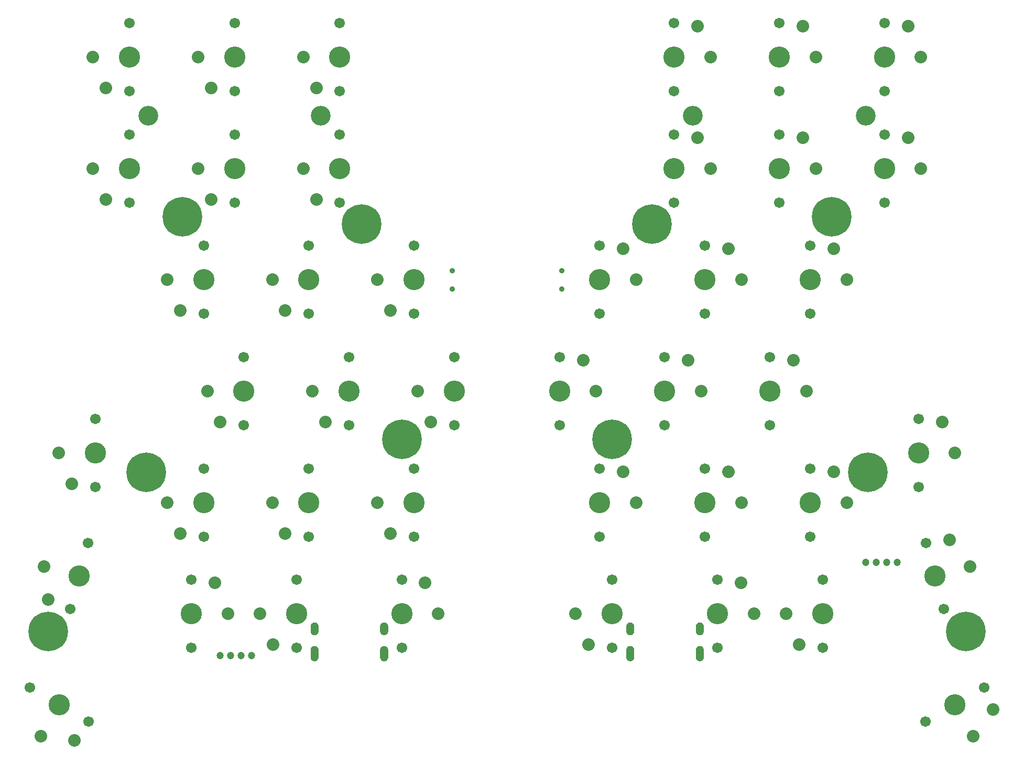
<source format=gbs>
G04 #@! TF.GenerationSoftware,KiCad,Pcbnew,(6.0.4-0)*
G04 #@! TF.CreationDate,2022-11-13T14:27:23-06:00*
G04 #@! TF.ProjectId,main,6d61696e-2e6b-4696-9361-645f70636258,0.2*
G04 #@! TF.SameCoordinates,Original*
G04 #@! TF.FileFunction,Soldermask,Bot*
G04 #@! TF.FilePolarity,Negative*
%FSLAX46Y46*%
G04 Gerber Fmt 4.6, Leading zero omitted, Abs format (unit mm)*
G04 Created by KiCad (PCBNEW (6.0.4-0)) date 2022-11-13 14:27:23*
%MOMM*%
%LPD*%
G01*
G04 APERTURE LIST*
%ADD10C,0.010000*%
%ADD11C,3.429000*%
%ADD12C,1.701800*%
%ADD13C,2.032000*%
%ADD14C,1.200000*%
%ADD15C,0.900000*%
%ADD16C,3.200000*%
%ADD17C,6.400000*%
%ADD18C,0.800000*%
G04 APERTURE END LIST*
G36*
X200845500Y-144865500D02*
G01*
X200907500Y-144875500D01*
X200967500Y-144891500D01*
X201026500Y-144914500D01*
X201082500Y-144942500D01*
X201135500Y-144977500D01*
X201183500Y-145016500D01*
X201228500Y-145061500D01*
X201267500Y-145109500D01*
X201302500Y-145162500D01*
X201330500Y-145218500D01*
X201353500Y-145277500D01*
X201369500Y-145337500D01*
X201379500Y-145399500D01*
X201382500Y-145462500D01*
X201382500Y-146662500D01*
X201379500Y-146725500D01*
X201369500Y-146787500D01*
X201353500Y-146847500D01*
X201330500Y-146906500D01*
X201302500Y-146962500D01*
X201267500Y-147015500D01*
X201228500Y-147063500D01*
X201183500Y-147108500D01*
X201135500Y-147147500D01*
X201082500Y-147182500D01*
X201026500Y-147210500D01*
X200967500Y-147233500D01*
X200907500Y-147249500D01*
X200845500Y-147259500D01*
X200782500Y-147262500D01*
X200719500Y-147259500D01*
X200657500Y-147249500D01*
X200597500Y-147233500D01*
X200538500Y-147210500D01*
X200482500Y-147182500D01*
X200429500Y-147147500D01*
X200381500Y-147108500D01*
X200336500Y-147063500D01*
X200297500Y-147015500D01*
X200262500Y-146962500D01*
X200234500Y-146906500D01*
X200211500Y-146847500D01*
X200195500Y-146787500D01*
X200185500Y-146725500D01*
X200182500Y-146662500D01*
X200182500Y-145462500D01*
X200185500Y-145399500D01*
X200195500Y-145337500D01*
X200211500Y-145277500D01*
X200234500Y-145218500D01*
X200262500Y-145162500D01*
X200297500Y-145109500D01*
X200336500Y-145061500D01*
X200381500Y-145016500D01*
X200429500Y-144977500D01*
X200482500Y-144942500D01*
X200538500Y-144914500D01*
X200597500Y-144891500D01*
X200657500Y-144875500D01*
X200719500Y-144865500D01*
X200782500Y-144862500D01*
X200845500Y-144865500D01*
G37*
D10*
X200845500Y-144865500D02*
X200907500Y-144875500D01*
X200967500Y-144891500D01*
X201026500Y-144914500D01*
X201082500Y-144942500D01*
X201135500Y-144977500D01*
X201183500Y-145016500D01*
X201228500Y-145061500D01*
X201267500Y-145109500D01*
X201302500Y-145162500D01*
X201330500Y-145218500D01*
X201353500Y-145277500D01*
X201369500Y-145337500D01*
X201379500Y-145399500D01*
X201382500Y-145462500D01*
X201382500Y-146662500D01*
X201379500Y-146725500D01*
X201369500Y-146787500D01*
X201353500Y-146847500D01*
X201330500Y-146906500D01*
X201302500Y-146962500D01*
X201267500Y-147015500D01*
X201228500Y-147063500D01*
X201183500Y-147108500D01*
X201135500Y-147147500D01*
X201082500Y-147182500D01*
X201026500Y-147210500D01*
X200967500Y-147233500D01*
X200907500Y-147249500D01*
X200845500Y-147259500D01*
X200782500Y-147262500D01*
X200719500Y-147259500D01*
X200657500Y-147249500D01*
X200597500Y-147233500D01*
X200538500Y-147210500D01*
X200482500Y-147182500D01*
X200429500Y-147147500D01*
X200381500Y-147108500D01*
X200336500Y-147063500D01*
X200297500Y-147015500D01*
X200262500Y-146962500D01*
X200234500Y-146906500D01*
X200211500Y-146847500D01*
X200195500Y-146787500D01*
X200185500Y-146725500D01*
X200182500Y-146662500D01*
X200182500Y-145462500D01*
X200185500Y-145399500D01*
X200195500Y-145337500D01*
X200211500Y-145277500D01*
X200234500Y-145218500D01*
X200262500Y-145162500D01*
X200297500Y-145109500D01*
X200336500Y-145061500D01*
X200381500Y-145016500D01*
X200429500Y-144977500D01*
X200482500Y-144942500D01*
X200538500Y-144914500D01*
X200597500Y-144891500D01*
X200657500Y-144875500D01*
X200719500Y-144865500D01*
X200782500Y-144862500D01*
X200845500Y-144865500D01*
G36*
X200845500Y-141065500D02*
G01*
X200907500Y-141075500D01*
X200967500Y-141091500D01*
X201026500Y-141114500D01*
X201082500Y-141142500D01*
X201135500Y-141177500D01*
X201183500Y-141216500D01*
X201228500Y-141261500D01*
X201267500Y-141309500D01*
X201302500Y-141362500D01*
X201330500Y-141418500D01*
X201353500Y-141477500D01*
X201369500Y-141537500D01*
X201379500Y-141599500D01*
X201382500Y-141662500D01*
X201382500Y-142462500D01*
X201379500Y-142525500D01*
X201369500Y-142587500D01*
X201353500Y-142647500D01*
X201330500Y-142706500D01*
X201302500Y-142762500D01*
X201267500Y-142815500D01*
X201228500Y-142863500D01*
X201183500Y-142908500D01*
X201135500Y-142947500D01*
X201082500Y-142982500D01*
X201026500Y-143010500D01*
X200967500Y-143033500D01*
X200907500Y-143049500D01*
X200845500Y-143059500D01*
X200782500Y-143062500D01*
X200719500Y-143059500D01*
X200657500Y-143049500D01*
X200597500Y-143033500D01*
X200538500Y-143010500D01*
X200482500Y-142982500D01*
X200429500Y-142947500D01*
X200381500Y-142908500D01*
X200336500Y-142863500D01*
X200297500Y-142815500D01*
X200262500Y-142762500D01*
X200234500Y-142706500D01*
X200211500Y-142647500D01*
X200195500Y-142587500D01*
X200185500Y-142525500D01*
X200182500Y-142462500D01*
X200182500Y-141662500D01*
X200185500Y-141599500D01*
X200195500Y-141537500D01*
X200211500Y-141477500D01*
X200234500Y-141418500D01*
X200262500Y-141362500D01*
X200297500Y-141309500D01*
X200336500Y-141261500D01*
X200381500Y-141216500D01*
X200429500Y-141177500D01*
X200482500Y-141142500D01*
X200538500Y-141114500D01*
X200597500Y-141091500D01*
X200657500Y-141075500D01*
X200719500Y-141065500D01*
X200782500Y-141062500D01*
X200845500Y-141065500D01*
G37*
X200845500Y-141065500D02*
X200907500Y-141075500D01*
X200967500Y-141091500D01*
X201026500Y-141114500D01*
X201082500Y-141142500D01*
X201135500Y-141177500D01*
X201183500Y-141216500D01*
X201228500Y-141261500D01*
X201267500Y-141309500D01*
X201302500Y-141362500D01*
X201330500Y-141418500D01*
X201353500Y-141477500D01*
X201369500Y-141537500D01*
X201379500Y-141599500D01*
X201382500Y-141662500D01*
X201382500Y-142462500D01*
X201379500Y-142525500D01*
X201369500Y-142587500D01*
X201353500Y-142647500D01*
X201330500Y-142706500D01*
X201302500Y-142762500D01*
X201267500Y-142815500D01*
X201228500Y-142863500D01*
X201183500Y-142908500D01*
X201135500Y-142947500D01*
X201082500Y-142982500D01*
X201026500Y-143010500D01*
X200967500Y-143033500D01*
X200907500Y-143049500D01*
X200845500Y-143059500D01*
X200782500Y-143062500D01*
X200719500Y-143059500D01*
X200657500Y-143049500D01*
X200597500Y-143033500D01*
X200538500Y-143010500D01*
X200482500Y-142982500D01*
X200429500Y-142947500D01*
X200381500Y-142908500D01*
X200336500Y-142863500D01*
X200297500Y-142815500D01*
X200262500Y-142762500D01*
X200234500Y-142706500D01*
X200211500Y-142647500D01*
X200195500Y-142587500D01*
X200185500Y-142525500D01*
X200182500Y-142462500D01*
X200182500Y-141662500D01*
X200185500Y-141599500D01*
X200195500Y-141537500D01*
X200211500Y-141477500D01*
X200234500Y-141418500D01*
X200262500Y-141362500D01*
X200297500Y-141309500D01*
X200336500Y-141261500D01*
X200381500Y-141216500D01*
X200429500Y-141177500D01*
X200482500Y-141142500D01*
X200538500Y-141114500D01*
X200597500Y-141091500D01*
X200657500Y-141075500D01*
X200719500Y-141065500D01*
X200782500Y-141062500D01*
X200845500Y-141065500D01*
G36*
X189605500Y-141065500D02*
G01*
X189667500Y-141075500D01*
X189727500Y-141091500D01*
X189786500Y-141114500D01*
X189842500Y-141142500D01*
X189895500Y-141177500D01*
X189943500Y-141216500D01*
X189988500Y-141261500D01*
X190027500Y-141309500D01*
X190062500Y-141362500D01*
X190090500Y-141418500D01*
X190113500Y-141477500D01*
X190129500Y-141537500D01*
X190139500Y-141599500D01*
X190142500Y-141662500D01*
X190142500Y-142462500D01*
X190139500Y-142525500D01*
X190129500Y-142587500D01*
X190113500Y-142647500D01*
X190090500Y-142706500D01*
X190062500Y-142762500D01*
X190027500Y-142815500D01*
X189988500Y-142863500D01*
X189943500Y-142908500D01*
X189895500Y-142947500D01*
X189842500Y-142982500D01*
X189786500Y-143010500D01*
X189727500Y-143033500D01*
X189667500Y-143049500D01*
X189605500Y-143059500D01*
X189542500Y-143062500D01*
X189479500Y-143059500D01*
X189417500Y-143049500D01*
X189357500Y-143033500D01*
X189298500Y-143010500D01*
X189242500Y-142982500D01*
X189189500Y-142947500D01*
X189141500Y-142908500D01*
X189096500Y-142863500D01*
X189057500Y-142815500D01*
X189022500Y-142762500D01*
X188994500Y-142706500D01*
X188971500Y-142647500D01*
X188955500Y-142587500D01*
X188945500Y-142525500D01*
X188942500Y-142462500D01*
X188942500Y-141662500D01*
X188945500Y-141599500D01*
X188955500Y-141537500D01*
X188971500Y-141477500D01*
X188994500Y-141418500D01*
X189022500Y-141362500D01*
X189057500Y-141309500D01*
X189096500Y-141261500D01*
X189141500Y-141216500D01*
X189189500Y-141177500D01*
X189242500Y-141142500D01*
X189298500Y-141114500D01*
X189357500Y-141091500D01*
X189417500Y-141075500D01*
X189479500Y-141065500D01*
X189542500Y-141062500D01*
X189605500Y-141065500D01*
G37*
X189605500Y-141065500D02*
X189667500Y-141075500D01*
X189727500Y-141091500D01*
X189786500Y-141114500D01*
X189842500Y-141142500D01*
X189895500Y-141177500D01*
X189943500Y-141216500D01*
X189988500Y-141261500D01*
X190027500Y-141309500D01*
X190062500Y-141362500D01*
X190090500Y-141418500D01*
X190113500Y-141477500D01*
X190129500Y-141537500D01*
X190139500Y-141599500D01*
X190142500Y-141662500D01*
X190142500Y-142462500D01*
X190139500Y-142525500D01*
X190129500Y-142587500D01*
X190113500Y-142647500D01*
X190090500Y-142706500D01*
X190062500Y-142762500D01*
X190027500Y-142815500D01*
X189988500Y-142863500D01*
X189943500Y-142908500D01*
X189895500Y-142947500D01*
X189842500Y-142982500D01*
X189786500Y-143010500D01*
X189727500Y-143033500D01*
X189667500Y-143049500D01*
X189605500Y-143059500D01*
X189542500Y-143062500D01*
X189479500Y-143059500D01*
X189417500Y-143049500D01*
X189357500Y-143033500D01*
X189298500Y-143010500D01*
X189242500Y-142982500D01*
X189189500Y-142947500D01*
X189141500Y-142908500D01*
X189096500Y-142863500D01*
X189057500Y-142815500D01*
X189022500Y-142762500D01*
X188994500Y-142706500D01*
X188971500Y-142647500D01*
X188955500Y-142587500D01*
X188945500Y-142525500D01*
X188942500Y-142462500D01*
X188942500Y-141662500D01*
X188945500Y-141599500D01*
X188955500Y-141537500D01*
X188971500Y-141477500D01*
X188994500Y-141418500D01*
X189022500Y-141362500D01*
X189057500Y-141309500D01*
X189096500Y-141261500D01*
X189141500Y-141216500D01*
X189189500Y-141177500D01*
X189242500Y-141142500D01*
X189298500Y-141114500D01*
X189357500Y-141091500D01*
X189417500Y-141075500D01*
X189479500Y-141065500D01*
X189542500Y-141062500D01*
X189605500Y-141065500D01*
G36*
X189605500Y-144865500D02*
G01*
X189667500Y-144875500D01*
X189727500Y-144891500D01*
X189786500Y-144914500D01*
X189842500Y-144942500D01*
X189895500Y-144977500D01*
X189943500Y-145016500D01*
X189988500Y-145061500D01*
X190027500Y-145109500D01*
X190062500Y-145162500D01*
X190090500Y-145218500D01*
X190113500Y-145277500D01*
X190129500Y-145337500D01*
X190139500Y-145399500D01*
X190142500Y-145462500D01*
X190142500Y-146662500D01*
X190139500Y-146725500D01*
X190129500Y-146787500D01*
X190113500Y-146847500D01*
X190090500Y-146906500D01*
X190062500Y-146962500D01*
X190027500Y-147015500D01*
X189988500Y-147063500D01*
X189943500Y-147108500D01*
X189895500Y-147147500D01*
X189842500Y-147182500D01*
X189786500Y-147210500D01*
X189727500Y-147233500D01*
X189667500Y-147249500D01*
X189605500Y-147259500D01*
X189542500Y-147262500D01*
X189479500Y-147259500D01*
X189417500Y-147249500D01*
X189357500Y-147233500D01*
X189298500Y-147210500D01*
X189242500Y-147182500D01*
X189189500Y-147147500D01*
X189141500Y-147108500D01*
X189096500Y-147063500D01*
X189057500Y-147015500D01*
X189022500Y-146962500D01*
X188994500Y-146906500D01*
X188971500Y-146847500D01*
X188955500Y-146787500D01*
X188945500Y-146725500D01*
X188942500Y-146662500D01*
X188942500Y-145462500D01*
X188945500Y-145399500D01*
X188955500Y-145337500D01*
X188971500Y-145277500D01*
X188994500Y-145218500D01*
X189022500Y-145162500D01*
X189057500Y-145109500D01*
X189096500Y-145061500D01*
X189141500Y-145016500D01*
X189189500Y-144977500D01*
X189242500Y-144942500D01*
X189298500Y-144914500D01*
X189357500Y-144891500D01*
X189417500Y-144875500D01*
X189479500Y-144865500D01*
X189542500Y-144862500D01*
X189605500Y-144865500D01*
G37*
X189605500Y-144865500D02*
X189667500Y-144875500D01*
X189727500Y-144891500D01*
X189786500Y-144914500D01*
X189842500Y-144942500D01*
X189895500Y-144977500D01*
X189943500Y-145016500D01*
X189988500Y-145061500D01*
X190027500Y-145109500D01*
X190062500Y-145162500D01*
X190090500Y-145218500D01*
X190113500Y-145277500D01*
X190129500Y-145337500D01*
X190139500Y-145399500D01*
X190142500Y-145462500D01*
X190142500Y-146662500D01*
X190139500Y-146725500D01*
X190129500Y-146787500D01*
X190113500Y-146847500D01*
X190090500Y-146906500D01*
X190062500Y-146962500D01*
X190027500Y-147015500D01*
X189988500Y-147063500D01*
X189943500Y-147108500D01*
X189895500Y-147147500D01*
X189842500Y-147182500D01*
X189786500Y-147210500D01*
X189727500Y-147233500D01*
X189667500Y-147249500D01*
X189605500Y-147259500D01*
X189542500Y-147262500D01*
X189479500Y-147259500D01*
X189417500Y-147249500D01*
X189357500Y-147233500D01*
X189298500Y-147210500D01*
X189242500Y-147182500D01*
X189189500Y-147147500D01*
X189141500Y-147108500D01*
X189096500Y-147063500D01*
X189057500Y-147015500D01*
X189022500Y-146962500D01*
X188994500Y-146906500D01*
X188971500Y-146847500D01*
X188955500Y-146787500D01*
X188945500Y-146725500D01*
X188942500Y-146662500D01*
X188942500Y-145462500D01*
X188945500Y-145399500D01*
X188955500Y-145337500D01*
X188971500Y-145277500D01*
X188994500Y-145218500D01*
X189022500Y-145162500D01*
X189057500Y-145109500D01*
X189096500Y-145061500D01*
X189141500Y-145016500D01*
X189189500Y-144977500D01*
X189242500Y-144942500D01*
X189298500Y-144914500D01*
X189357500Y-144891500D01*
X189417500Y-144875500D01*
X189479500Y-144865500D01*
X189542500Y-144862500D01*
X189605500Y-144865500D01*
G36*
X149845500Y-141065500D02*
G01*
X149907500Y-141075500D01*
X149967500Y-141091500D01*
X150026500Y-141114500D01*
X150082500Y-141142500D01*
X150135500Y-141177500D01*
X150183500Y-141216500D01*
X150228500Y-141261500D01*
X150267500Y-141309500D01*
X150302500Y-141362500D01*
X150330500Y-141418500D01*
X150353500Y-141477500D01*
X150369500Y-141537500D01*
X150379500Y-141599500D01*
X150382500Y-141662500D01*
X150382500Y-142462500D01*
X150379500Y-142525500D01*
X150369500Y-142587500D01*
X150353500Y-142647500D01*
X150330500Y-142706500D01*
X150302500Y-142762500D01*
X150267500Y-142815500D01*
X150228500Y-142863500D01*
X150183500Y-142908500D01*
X150135500Y-142947500D01*
X150082500Y-142982500D01*
X150026500Y-143010500D01*
X149967500Y-143033500D01*
X149907500Y-143049500D01*
X149845500Y-143059500D01*
X149782500Y-143062500D01*
X149719500Y-143059500D01*
X149657500Y-143049500D01*
X149597500Y-143033500D01*
X149538500Y-143010500D01*
X149482500Y-142982500D01*
X149429500Y-142947500D01*
X149381500Y-142908500D01*
X149336500Y-142863500D01*
X149297500Y-142815500D01*
X149262500Y-142762500D01*
X149234500Y-142706500D01*
X149211500Y-142647500D01*
X149195500Y-142587500D01*
X149185500Y-142525500D01*
X149182500Y-142462500D01*
X149182500Y-141662500D01*
X149185500Y-141599500D01*
X149195500Y-141537500D01*
X149211500Y-141477500D01*
X149234500Y-141418500D01*
X149262500Y-141362500D01*
X149297500Y-141309500D01*
X149336500Y-141261500D01*
X149381500Y-141216500D01*
X149429500Y-141177500D01*
X149482500Y-141142500D01*
X149538500Y-141114500D01*
X149597500Y-141091500D01*
X149657500Y-141075500D01*
X149719500Y-141065500D01*
X149782500Y-141062500D01*
X149845500Y-141065500D01*
G37*
X149845500Y-141065500D02*
X149907500Y-141075500D01*
X149967500Y-141091500D01*
X150026500Y-141114500D01*
X150082500Y-141142500D01*
X150135500Y-141177500D01*
X150183500Y-141216500D01*
X150228500Y-141261500D01*
X150267500Y-141309500D01*
X150302500Y-141362500D01*
X150330500Y-141418500D01*
X150353500Y-141477500D01*
X150369500Y-141537500D01*
X150379500Y-141599500D01*
X150382500Y-141662500D01*
X150382500Y-142462500D01*
X150379500Y-142525500D01*
X150369500Y-142587500D01*
X150353500Y-142647500D01*
X150330500Y-142706500D01*
X150302500Y-142762500D01*
X150267500Y-142815500D01*
X150228500Y-142863500D01*
X150183500Y-142908500D01*
X150135500Y-142947500D01*
X150082500Y-142982500D01*
X150026500Y-143010500D01*
X149967500Y-143033500D01*
X149907500Y-143049500D01*
X149845500Y-143059500D01*
X149782500Y-143062500D01*
X149719500Y-143059500D01*
X149657500Y-143049500D01*
X149597500Y-143033500D01*
X149538500Y-143010500D01*
X149482500Y-142982500D01*
X149429500Y-142947500D01*
X149381500Y-142908500D01*
X149336500Y-142863500D01*
X149297500Y-142815500D01*
X149262500Y-142762500D01*
X149234500Y-142706500D01*
X149211500Y-142647500D01*
X149195500Y-142587500D01*
X149185500Y-142525500D01*
X149182500Y-142462500D01*
X149182500Y-141662500D01*
X149185500Y-141599500D01*
X149195500Y-141537500D01*
X149211500Y-141477500D01*
X149234500Y-141418500D01*
X149262500Y-141362500D01*
X149297500Y-141309500D01*
X149336500Y-141261500D01*
X149381500Y-141216500D01*
X149429500Y-141177500D01*
X149482500Y-141142500D01*
X149538500Y-141114500D01*
X149597500Y-141091500D01*
X149657500Y-141075500D01*
X149719500Y-141065500D01*
X149782500Y-141062500D01*
X149845500Y-141065500D01*
G36*
X138605500Y-144865500D02*
G01*
X138667500Y-144875500D01*
X138727500Y-144891500D01*
X138786500Y-144914500D01*
X138842500Y-144942500D01*
X138895500Y-144977500D01*
X138943500Y-145016500D01*
X138988500Y-145061500D01*
X139027500Y-145109500D01*
X139062500Y-145162500D01*
X139090500Y-145218500D01*
X139113500Y-145277500D01*
X139129500Y-145337500D01*
X139139500Y-145399500D01*
X139142500Y-145462500D01*
X139142500Y-146662500D01*
X139139500Y-146725500D01*
X139129500Y-146787500D01*
X139113500Y-146847500D01*
X139090500Y-146906500D01*
X139062500Y-146962500D01*
X139027500Y-147015500D01*
X138988500Y-147063500D01*
X138943500Y-147108500D01*
X138895500Y-147147500D01*
X138842500Y-147182500D01*
X138786500Y-147210500D01*
X138727500Y-147233500D01*
X138667500Y-147249500D01*
X138605500Y-147259500D01*
X138542500Y-147262500D01*
X138479500Y-147259500D01*
X138417500Y-147249500D01*
X138357500Y-147233500D01*
X138298500Y-147210500D01*
X138242500Y-147182500D01*
X138189500Y-147147500D01*
X138141500Y-147108500D01*
X138096500Y-147063500D01*
X138057500Y-147015500D01*
X138022500Y-146962500D01*
X137994500Y-146906500D01*
X137971500Y-146847500D01*
X137955500Y-146787500D01*
X137945500Y-146725500D01*
X137942500Y-146662500D01*
X137942500Y-145462500D01*
X137945500Y-145399500D01*
X137955500Y-145337500D01*
X137971500Y-145277500D01*
X137994500Y-145218500D01*
X138022500Y-145162500D01*
X138057500Y-145109500D01*
X138096500Y-145061500D01*
X138141500Y-145016500D01*
X138189500Y-144977500D01*
X138242500Y-144942500D01*
X138298500Y-144914500D01*
X138357500Y-144891500D01*
X138417500Y-144875500D01*
X138479500Y-144865500D01*
X138542500Y-144862500D01*
X138605500Y-144865500D01*
G37*
X138605500Y-144865500D02*
X138667500Y-144875500D01*
X138727500Y-144891500D01*
X138786500Y-144914500D01*
X138842500Y-144942500D01*
X138895500Y-144977500D01*
X138943500Y-145016500D01*
X138988500Y-145061500D01*
X139027500Y-145109500D01*
X139062500Y-145162500D01*
X139090500Y-145218500D01*
X139113500Y-145277500D01*
X139129500Y-145337500D01*
X139139500Y-145399500D01*
X139142500Y-145462500D01*
X139142500Y-146662500D01*
X139139500Y-146725500D01*
X139129500Y-146787500D01*
X139113500Y-146847500D01*
X139090500Y-146906500D01*
X139062500Y-146962500D01*
X139027500Y-147015500D01*
X138988500Y-147063500D01*
X138943500Y-147108500D01*
X138895500Y-147147500D01*
X138842500Y-147182500D01*
X138786500Y-147210500D01*
X138727500Y-147233500D01*
X138667500Y-147249500D01*
X138605500Y-147259500D01*
X138542500Y-147262500D01*
X138479500Y-147259500D01*
X138417500Y-147249500D01*
X138357500Y-147233500D01*
X138298500Y-147210500D01*
X138242500Y-147182500D01*
X138189500Y-147147500D01*
X138141500Y-147108500D01*
X138096500Y-147063500D01*
X138057500Y-147015500D01*
X138022500Y-146962500D01*
X137994500Y-146906500D01*
X137971500Y-146847500D01*
X137955500Y-146787500D01*
X137945500Y-146725500D01*
X137942500Y-146662500D01*
X137942500Y-145462500D01*
X137945500Y-145399500D01*
X137955500Y-145337500D01*
X137971500Y-145277500D01*
X137994500Y-145218500D01*
X138022500Y-145162500D01*
X138057500Y-145109500D01*
X138096500Y-145061500D01*
X138141500Y-145016500D01*
X138189500Y-144977500D01*
X138242500Y-144942500D01*
X138298500Y-144914500D01*
X138357500Y-144891500D01*
X138417500Y-144875500D01*
X138479500Y-144865500D01*
X138542500Y-144862500D01*
X138605500Y-144865500D01*
G36*
X138605500Y-141065500D02*
G01*
X138667500Y-141075500D01*
X138727500Y-141091500D01*
X138786500Y-141114500D01*
X138842500Y-141142500D01*
X138895500Y-141177500D01*
X138943500Y-141216500D01*
X138988500Y-141261500D01*
X139027500Y-141309500D01*
X139062500Y-141362500D01*
X139090500Y-141418500D01*
X139113500Y-141477500D01*
X139129500Y-141537500D01*
X139139500Y-141599500D01*
X139142500Y-141662500D01*
X139142500Y-142462500D01*
X139139500Y-142525500D01*
X139129500Y-142587500D01*
X139113500Y-142647500D01*
X139090500Y-142706500D01*
X139062500Y-142762500D01*
X139027500Y-142815500D01*
X138988500Y-142863500D01*
X138943500Y-142908500D01*
X138895500Y-142947500D01*
X138842500Y-142982500D01*
X138786500Y-143010500D01*
X138727500Y-143033500D01*
X138667500Y-143049500D01*
X138605500Y-143059500D01*
X138542500Y-143062500D01*
X138479500Y-143059500D01*
X138417500Y-143049500D01*
X138357500Y-143033500D01*
X138298500Y-143010500D01*
X138242500Y-142982500D01*
X138189500Y-142947500D01*
X138141500Y-142908500D01*
X138096500Y-142863500D01*
X138057500Y-142815500D01*
X138022500Y-142762500D01*
X137994500Y-142706500D01*
X137971500Y-142647500D01*
X137955500Y-142587500D01*
X137945500Y-142525500D01*
X137942500Y-142462500D01*
X137942500Y-141662500D01*
X137945500Y-141599500D01*
X137955500Y-141537500D01*
X137971500Y-141477500D01*
X137994500Y-141418500D01*
X138022500Y-141362500D01*
X138057500Y-141309500D01*
X138096500Y-141261500D01*
X138141500Y-141216500D01*
X138189500Y-141177500D01*
X138242500Y-141142500D01*
X138298500Y-141114500D01*
X138357500Y-141091500D01*
X138417500Y-141075500D01*
X138479500Y-141065500D01*
X138542500Y-141062500D01*
X138605500Y-141065500D01*
G37*
X138605500Y-141065500D02*
X138667500Y-141075500D01*
X138727500Y-141091500D01*
X138786500Y-141114500D01*
X138842500Y-141142500D01*
X138895500Y-141177500D01*
X138943500Y-141216500D01*
X138988500Y-141261500D01*
X139027500Y-141309500D01*
X139062500Y-141362500D01*
X139090500Y-141418500D01*
X139113500Y-141477500D01*
X139129500Y-141537500D01*
X139139500Y-141599500D01*
X139142500Y-141662500D01*
X139142500Y-142462500D01*
X139139500Y-142525500D01*
X139129500Y-142587500D01*
X139113500Y-142647500D01*
X139090500Y-142706500D01*
X139062500Y-142762500D01*
X139027500Y-142815500D01*
X138988500Y-142863500D01*
X138943500Y-142908500D01*
X138895500Y-142947500D01*
X138842500Y-142982500D01*
X138786500Y-143010500D01*
X138727500Y-143033500D01*
X138667500Y-143049500D01*
X138605500Y-143059500D01*
X138542500Y-143062500D01*
X138479500Y-143059500D01*
X138417500Y-143049500D01*
X138357500Y-143033500D01*
X138298500Y-143010500D01*
X138242500Y-142982500D01*
X138189500Y-142947500D01*
X138141500Y-142908500D01*
X138096500Y-142863500D01*
X138057500Y-142815500D01*
X138022500Y-142762500D01*
X137994500Y-142706500D01*
X137971500Y-142647500D01*
X137955500Y-142587500D01*
X137945500Y-142525500D01*
X137942500Y-142462500D01*
X137942500Y-141662500D01*
X137945500Y-141599500D01*
X137955500Y-141537500D01*
X137971500Y-141477500D01*
X137994500Y-141418500D01*
X138022500Y-141362500D01*
X138057500Y-141309500D01*
X138096500Y-141261500D01*
X138141500Y-141216500D01*
X138189500Y-141177500D01*
X138242500Y-141142500D01*
X138298500Y-141114500D01*
X138357500Y-141091500D01*
X138417500Y-141075500D01*
X138479500Y-141065500D01*
X138542500Y-141062500D01*
X138605500Y-141065500D01*
G36*
X149845500Y-144865500D02*
G01*
X149907500Y-144875500D01*
X149967500Y-144891500D01*
X150026500Y-144914500D01*
X150082500Y-144942500D01*
X150135500Y-144977500D01*
X150183500Y-145016500D01*
X150228500Y-145061500D01*
X150267500Y-145109500D01*
X150302500Y-145162500D01*
X150330500Y-145218500D01*
X150353500Y-145277500D01*
X150369500Y-145337500D01*
X150379500Y-145399500D01*
X150382500Y-145462500D01*
X150382500Y-146662500D01*
X150379500Y-146725500D01*
X150369500Y-146787500D01*
X150353500Y-146847500D01*
X150330500Y-146906500D01*
X150302500Y-146962500D01*
X150267500Y-147015500D01*
X150228500Y-147063500D01*
X150183500Y-147108500D01*
X150135500Y-147147500D01*
X150082500Y-147182500D01*
X150026500Y-147210500D01*
X149967500Y-147233500D01*
X149907500Y-147249500D01*
X149845500Y-147259500D01*
X149782500Y-147262500D01*
X149719500Y-147259500D01*
X149657500Y-147249500D01*
X149597500Y-147233500D01*
X149538500Y-147210500D01*
X149482500Y-147182500D01*
X149429500Y-147147500D01*
X149381500Y-147108500D01*
X149336500Y-147063500D01*
X149297500Y-147015500D01*
X149262500Y-146962500D01*
X149234500Y-146906500D01*
X149211500Y-146847500D01*
X149195500Y-146787500D01*
X149185500Y-146725500D01*
X149182500Y-146662500D01*
X149182500Y-145462500D01*
X149185500Y-145399500D01*
X149195500Y-145337500D01*
X149211500Y-145277500D01*
X149234500Y-145218500D01*
X149262500Y-145162500D01*
X149297500Y-145109500D01*
X149336500Y-145061500D01*
X149381500Y-145016500D01*
X149429500Y-144977500D01*
X149482500Y-144942500D01*
X149538500Y-144914500D01*
X149597500Y-144891500D01*
X149657500Y-144875500D01*
X149719500Y-144865500D01*
X149782500Y-144862500D01*
X149845500Y-144865500D01*
G37*
X149845500Y-144865500D02*
X149907500Y-144875500D01*
X149967500Y-144891500D01*
X150026500Y-144914500D01*
X150082500Y-144942500D01*
X150135500Y-144977500D01*
X150183500Y-145016500D01*
X150228500Y-145061500D01*
X150267500Y-145109500D01*
X150302500Y-145162500D01*
X150330500Y-145218500D01*
X150353500Y-145277500D01*
X150369500Y-145337500D01*
X150379500Y-145399500D01*
X150382500Y-145462500D01*
X150382500Y-146662500D01*
X150379500Y-146725500D01*
X150369500Y-146787500D01*
X150353500Y-146847500D01*
X150330500Y-146906500D01*
X150302500Y-146962500D01*
X150267500Y-147015500D01*
X150228500Y-147063500D01*
X150183500Y-147108500D01*
X150135500Y-147147500D01*
X150082500Y-147182500D01*
X150026500Y-147210500D01*
X149967500Y-147233500D01*
X149907500Y-147249500D01*
X149845500Y-147259500D01*
X149782500Y-147262500D01*
X149719500Y-147259500D01*
X149657500Y-147249500D01*
X149597500Y-147233500D01*
X149538500Y-147210500D01*
X149482500Y-147182500D01*
X149429500Y-147147500D01*
X149381500Y-147108500D01*
X149336500Y-147063500D01*
X149297500Y-147015500D01*
X149262500Y-146962500D01*
X149234500Y-146906500D01*
X149211500Y-146847500D01*
X149195500Y-146787500D01*
X149185500Y-146725500D01*
X149182500Y-146662500D01*
X149182500Y-145462500D01*
X149185500Y-145399500D01*
X149195500Y-145337500D01*
X149211500Y-145277500D01*
X149234500Y-145218500D01*
X149262500Y-145162500D01*
X149297500Y-145109500D01*
X149336500Y-145061500D01*
X149381500Y-145016500D01*
X149429500Y-144977500D01*
X149482500Y-144942500D01*
X149538500Y-144914500D01*
X149597500Y-144891500D01*
X149657500Y-144875500D01*
X149719500Y-144865500D01*
X149782500Y-144862500D01*
X149845500Y-144865500D01*
D11*
X125662500Y-49662500D03*
D12*
X125662500Y-44162500D03*
X125662500Y-55162500D03*
D13*
X121862500Y-54662500D03*
X119762500Y-49662500D03*
X119762500Y-49662500D03*
D12*
X125662500Y-55162500D03*
D11*
X125662500Y-49662500D03*
D12*
X125662500Y-44162500D03*
X120662500Y-116162500D03*
D11*
X120662500Y-121662500D03*
D12*
X120662500Y-127162500D03*
D11*
X120662500Y-121662500D03*
D12*
X120662500Y-127162500D03*
X120662500Y-116162500D03*
D13*
X116862500Y-126662500D03*
X114762500Y-121662500D03*
X114762500Y-121662500D03*
D12*
X137662500Y-80162500D03*
D11*
X137662500Y-85662500D03*
D12*
X137662500Y-91162500D03*
D13*
X133862500Y-90662500D03*
X131762500Y-85662500D03*
X131762500Y-85662500D03*
D11*
X100542500Y-133542500D03*
D12*
X101966005Y-128229908D03*
X99118995Y-138855092D03*
D14*
X232712500Y-131387500D03*
X227612500Y-131387500D03*
D15*
X178514500Y-84162500D03*
X178514500Y-87162500D03*
D16*
X139612500Y-59162500D03*
D14*
X123345187Y-146407266D03*
D15*
X160812500Y-84162500D03*
X160812500Y-87162500D03*
D16*
X111712500Y-59162500D03*
D17*
X111362500Y-116762500D03*
D18*
X113059556Y-115065444D03*
X111362500Y-119162500D03*
X109665444Y-118459556D03*
X109665444Y-115065444D03*
X113762500Y-116762500D03*
X111362500Y-114362500D03*
X113059556Y-118459556D03*
X108962500Y-116762500D03*
D14*
X231012500Y-131387500D03*
D18*
X150965444Y-109715444D03*
X150262500Y-111412500D03*
D17*
X152662500Y-111412500D03*
D18*
X150965444Y-113109556D03*
X152662500Y-113812500D03*
X155062500Y-111412500D03*
X154359556Y-109715444D03*
X154359556Y-113109556D03*
X152662500Y-109012500D03*
X144515444Y-74965444D03*
X147909556Y-78359556D03*
X146212500Y-74262500D03*
X143812500Y-76662500D03*
X144515444Y-78359556D03*
D17*
X146212500Y-76662500D03*
D18*
X147909556Y-74965444D03*
X148612500Y-76662500D03*
X146212500Y-79062500D03*
D14*
X125045187Y-146407266D03*
X229312500Y-131387500D03*
X126745187Y-146407266D03*
D18*
X97912500Y-142562500D03*
X95512500Y-140162500D03*
X95512500Y-144962500D03*
X93815444Y-144259556D03*
X97209556Y-144259556D03*
D17*
X95512500Y-142562500D03*
D18*
X93112500Y-142562500D03*
X93815444Y-140865444D03*
X97209556Y-140865444D03*
D14*
X128445187Y-146407266D03*
D18*
X119595187Y-75507266D03*
X117195187Y-73107266D03*
X117195187Y-77907266D03*
D17*
X117195187Y-75507266D03*
D18*
X115498131Y-73810210D03*
X118892243Y-77204322D03*
X115498131Y-77204322D03*
X118892243Y-73810210D03*
X114795187Y-75507266D03*
D12*
X161162500Y-109162500D03*
X161162500Y-98162500D03*
D11*
X161162500Y-103662500D03*
D12*
X201662500Y-116162500D03*
D11*
X201662500Y-121662500D03*
D12*
X201662500Y-127162500D03*
D13*
X205462500Y-116662500D03*
X207562500Y-121662500D03*
X207562500Y-121662500D03*
D16*
X199712500Y-59162500D03*
D12*
X154662500Y-116162500D03*
X154662500Y-127162500D03*
D11*
X154662500Y-121662500D03*
D12*
X101966005Y-128229908D03*
D11*
X100542500Y-133542500D03*
D12*
X99118995Y-138855092D03*
D13*
X95577887Y-137388617D03*
X94843538Y-132015468D03*
X94843538Y-132015468D03*
D12*
X230662500Y-73162500D03*
X230662500Y-62162500D03*
D11*
X230662500Y-67662500D03*
X184662500Y-121662500D03*
D12*
X184662500Y-116162500D03*
X184662500Y-127162500D03*
D13*
X188462500Y-116662500D03*
X190562500Y-121662500D03*
X190562500Y-121662500D03*
D12*
X196662500Y-55162500D03*
X196662500Y-44162500D03*
D11*
X196662500Y-49662500D03*
D12*
X195162500Y-109162500D03*
X195162500Y-98162500D03*
D11*
X195162500Y-103662500D03*
D13*
X198962500Y-98662500D03*
X201062500Y-103662500D03*
X201062500Y-103662500D03*
D11*
X142662500Y-67662500D03*
D12*
X142662500Y-73162500D03*
X142662500Y-62162500D03*
D13*
X138862500Y-72662500D03*
X136762500Y-67662500D03*
X136762500Y-67662500D03*
D11*
X184662500Y-121662500D03*
D12*
X184662500Y-127162500D03*
X184662500Y-116162500D03*
X108662500Y-62162500D03*
X108662500Y-73162500D03*
D11*
X108662500Y-67662500D03*
D12*
X220662500Y-134162500D03*
D11*
X220662500Y-139662500D03*
D12*
X220662500Y-145162500D03*
X236162500Y-119162500D03*
D11*
X236162500Y-113662500D03*
D12*
X236162500Y-108162500D03*
X218662500Y-127162500D03*
D11*
X218662500Y-121662500D03*
D12*
X218662500Y-116162500D03*
D13*
X222462500Y-116662500D03*
X224562500Y-121662500D03*
X224562500Y-121662500D03*
D18*
X189062500Y-111412500D03*
X186662500Y-109012500D03*
X184965444Y-109715444D03*
X186662500Y-113812500D03*
D17*
X186662500Y-111412500D03*
D18*
X188359556Y-109715444D03*
X184965444Y-113109556D03*
X184262500Y-111412500D03*
X188359556Y-113109556D03*
D12*
X203662500Y-145162500D03*
X203662500Y-134162500D03*
D11*
X203662500Y-139662500D03*
D13*
X207462500Y-134662500D03*
X209562500Y-139662500D03*
X209562500Y-139662500D03*
D11*
X230662500Y-67662500D03*
D12*
X230662500Y-62162500D03*
X230662500Y-73162500D03*
D13*
X234462500Y-62662500D03*
X236562500Y-67662500D03*
X236562500Y-67662500D03*
D12*
X201662500Y-80162500D03*
X201662500Y-91162500D03*
D11*
X201662500Y-85662500D03*
D13*
X205462500Y-80662500D03*
X207562500Y-85662500D03*
X207562500Y-85662500D03*
D11*
X152662500Y-139662500D03*
D12*
X152662500Y-134162500D03*
X152662500Y-145162500D03*
D11*
X108662500Y-67662500D03*
D12*
X108662500Y-62162500D03*
X108662500Y-73162500D03*
D13*
X104862500Y-72662500D03*
X102762500Y-67662500D03*
X102762500Y-67662500D03*
D12*
X92553589Y-151611284D03*
X102079869Y-157111284D03*
D11*
X97316729Y-154361284D03*
D12*
X154662500Y-127162500D03*
D11*
X154662500Y-121662500D03*
D12*
X154662500Y-116162500D03*
D13*
X150862500Y-126662500D03*
X148762500Y-121662500D03*
X148762500Y-121662500D03*
D12*
X142662500Y-62162500D03*
X142662500Y-73162500D03*
D11*
X142662500Y-67662500D03*
D12*
X237245131Y-157111284D03*
X246771411Y-151611284D03*
D11*
X242008271Y-154361284D03*
D12*
X201662500Y-91162500D03*
X201662500Y-80162500D03*
D11*
X201662500Y-85662500D03*
D12*
X203662500Y-134162500D03*
X203662500Y-145162500D03*
D11*
X203662500Y-139662500D03*
D12*
X161162500Y-98162500D03*
D11*
X161162500Y-103662500D03*
D12*
X161162500Y-109162500D03*
D13*
X157362500Y-108662500D03*
X155262500Y-103662500D03*
X155262500Y-103662500D03*
D12*
X230662500Y-44162500D03*
D11*
X230662500Y-49662500D03*
D12*
X230662500Y-55162500D03*
D13*
X234462500Y-44662500D03*
X236562500Y-49662500D03*
X236562500Y-49662500D03*
D11*
X236162500Y-113662500D03*
D12*
X236162500Y-119162500D03*
X236162500Y-108162500D03*
D13*
X239962500Y-108662500D03*
X242062500Y-113662500D03*
X242062500Y-113662500D03*
D12*
X135662500Y-134162500D03*
X135662500Y-145162500D03*
D11*
X135662500Y-139662500D03*
D13*
X131862500Y-144662500D03*
X129762500Y-139662500D03*
X129762500Y-139662500D03*
D12*
X103162500Y-119162500D03*
X103162500Y-108162500D03*
D11*
X103162500Y-113662500D03*
D12*
X118662500Y-145162500D03*
D11*
X118662500Y-139662500D03*
D12*
X118662500Y-134162500D03*
D13*
X122462500Y-134662500D03*
X124562500Y-139662500D03*
X124562500Y-139662500D03*
D12*
X125662500Y-73162500D03*
X125662500Y-62162500D03*
D11*
X125662500Y-67662500D03*
D13*
X121862500Y-72662500D03*
X119762500Y-67662500D03*
X119762500Y-67662500D03*
D11*
X212162500Y-103662500D03*
D12*
X212162500Y-109162500D03*
X212162500Y-98162500D03*
D11*
X213662500Y-49662500D03*
D12*
X213662500Y-55162500D03*
X213662500Y-44162500D03*
D13*
X217462500Y-44662500D03*
X219562500Y-49662500D03*
X219562500Y-49662500D03*
D18*
X230362500Y-116762500D03*
X229659556Y-115065444D03*
X227962500Y-119162500D03*
X229659556Y-118459556D03*
D17*
X227962500Y-116762500D03*
D18*
X226265444Y-118459556D03*
X225562500Y-116762500D03*
X227962500Y-114362500D03*
X226265444Y-115065444D03*
D12*
X108662500Y-55162500D03*
D11*
X108662500Y-49662500D03*
D12*
X108662500Y-44162500D03*
D13*
X104862500Y-54662500D03*
X102762500Y-49662500D03*
X102762500Y-49662500D03*
D12*
X230662500Y-44162500D03*
X230662500Y-55162500D03*
D11*
X230662500Y-49662500D03*
D12*
X178162500Y-98162500D03*
X178162500Y-109162500D03*
D11*
X178162500Y-103662500D03*
X118662500Y-139662500D03*
D12*
X118662500Y-145162500D03*
X118662500Y-134162500D03*
X142662500Y-55162500D03*
X142662500Y-44162500D03*
D11*
X142662500Y-49662500D03*
D13*
X138862500Y-54662500D03*
X136762500Y-49662500D03*
X136762500Y-49662500D03*
D16*
X227612500Y-59162500D03*
D12*
X152662500Y-134162500D03*
X152662500Y-145162500D03*
D11*
X152662500Y-139662500D03*
D13*
X156462500Y-134662500D03*
X158562500Y-139662500D03*
X158562500Y-139662500D03*
D11*
X144162500Y-103662500D03*
D12*
X144162500Y-109162500D03*
X144162500Y-98162500D03*
D13*
X140362500Y-108662500D03*
X138262500Y-103662500D03*
X138262500Y-103662500D03*
D12*
X137662500Y-116162500D03*
X137662500Y-127162500D03*
D11*
X137662500Y-121662500D03*
D12*
X212162500Y-98162500D03*
D11*
X212162500Y-103662500D03*
D12*
X212162500Y-109162500D03*
D13*
X215962500Y-98662500D03*
X218062500Y-103662500D03*
X218062500Y-103662500D03*
D11*
X218662500Y-121662500D03*
D12*
X218662500Y-116162500D03*
X218662500Y-127162500D03*
X195162500Y-109162500D03*
X195162500Y-98162500D03*
D11*
X195162500Y-103662500D03*
X220662500Y-139662500D03*
D12*
X220662500Y-145162500D03*
X220662500Y-134162500D03*
D13*
X216862500Y-144662500D03*
X214762500Y-139662500D03*
X214762500Y-139662500D03*
D12*
X135662500Y-145162500D03*
D11*
X135662500Y-139662500D03*
D12*
X135662500Y-134162500D03*
D11*
X154662500Y-85662500D03*
D12*
X154662500Y-91162500D03*
X154662500Y-80162500D03*
X142662500Y-44162500D03*
X142662500Y-55162500D03*
D11*
X142662500Y-49662500D03*
D12*
X184662500Y-91162500D03*
X184662500Y-80162500D03*
D11*
X184662500Y-85662500D03*
D13*
X188462500Y-80662500D03*
X190562500Y-85662500D03*
X190562500Y-85662500D03*
D12*
X102079869Y-157111284D03*
D11*
X97316729Y-154361284D03*
D12*
X92553589Y-151611284D03*
D13*
X99746856Y-160152181D03*
X94366729Y-159470834D03*
X94366729Y-159470834D03*
D17*
X193112500Y-76662500D03*
D18*
X193112500Y-74262500D03*
X190712500Y-76662500D03*
X193112500Y-79062500D03*
X194809556Y-74965444D03*
X191415444Y-74965444D03*
X191415444Y-78359556D03*
X194809556Y-78359556D03*
X195512500Y-76662500D03*
D12*
X240206005Y-138855092D03*
D11*
X238782500Y-133542500D03*
D12*
X237358995Y-128229908D03*
X144162500Y-109162500D03*
X144162500Y-98162500D03*
D11*
X144162500Y-103662500D03*
X137662500Y-85662500D03*
D12*
X137662500Y-80162500D03*
X137662500Y-91162500D03*
X213662500Y-62162500D03*
D11*
X213662500Y-67662500D03*
D12*
X213662500Y-73162500D03*
D13*
X217462500Y-62662500D03*
X219562500Y-67662500D03*
X219562500Y-67662500D03*
D11*
X154662500Y-85662500D03*
D12*
X154662500Y-80162500D03*
X154662500Y-91162500D03*
D13*
X150862500Y-90662500D03*
X148762500Y-85662500D03*
X148762500Y-85662500D03*
D12*
X196662500Y-44162500D03*
X196662500Y-55162500D03*
D11*
X196662500Y-49662500D03*
D13*
X200462500Y-44662500D03*
X202562500Y-49662500D03*
X202562500Y-49662500D03*
D12*
X196662500Y-73162500D03*
D11*
X196662500Y-67662500D03*
D12*
X196662500Y-62162500D03*
D11*
X186662500Y-139662500D03*
D12*
X186662500Y-145162500D03*
X186662500Y-134162500D03*
X127162500Y-109162500D03*
X127162500Y-98162500D03*
D11*
X127162500Y-103662500D03*
D13*
X123362500Y-108662500D03*
X121262500Y-103662500D03*
X121262500Y-103662500D03*
D12*
X213662500Y-73162500D03*
X213662500Y-62162500D03*
D11*
X213662500Y-67662500D03*
X103162500Y-113662500D03*
D12*
X103162500Y-108162500D03*
X103162500Y-119162500D03*
D13*
X99362500Y-118662500D03*
X97262500Y-113662500D03*
X97262500Y-113662500D03*
D12*
X120662500Y-91162500D03*
X120662500Y-80162500D03*
D11*
X120662500Y-85662500D03*
D13*
X116862500Y-90662500D03*
X114762500Y-85662500D03*
X114762500Y-85662500D03*
D11*
X218662500Y-85662500D03*
D12*
X218662500Y-91162500D03*
X218662500Y-80162500D03*
D13*
X222462500Y-80662500D03*
X224562500Y-85662500D03*
X224562500Y-85662500D03*
D12*
X120662500Y-80162500D03*
D11*
X120662500Y-85662500D03*
D12*
X120662500Y-91162500D03*
D11*
X186662500Y-139662500D03*
D12*
X186662500Y-134162500D03*
X186662500Y-145162500D03*
D13*
X182862500Y-144662500D03*
X180762500Y-139662500D03*
X180762500Y-139662500D03*
D11*
X201662500Y-121662500D03*
D12*
X201662500Y-127162500D03*
X201662500Y-116162500D03*
X108662500Y-55162500D03*
D11*
X108662500Y-49662500D03*
D12*
X108662500Y-44162500D03*
D18*
X223826869Y-77204322D03*
X222129813Y-73107266D03*
X220432757Y-77204322D03*
X222129813Y-77907266D03*
X224529813Y-75507266D03*
D17*
X222129813Y-75507266D03*
D18*
X219729813Y-75507266D03*
X220432757Y-73810210D03*
X223826869Y-73810210D03*
X242115444Y-144259556D03*
X245509556Y-144259556D03*
X241412500Y-142562500D03*
X243812500Y-140162500D03*
X246212500Y-142562500D03*
X242115444Y-140865444D03*
D17*
X243812500Y-142562500D03*
D18*
X245509556Y-140865444D03*
X243812500Y-144962500D03*
D11*
X218662500Y-85662500D03*
D12*
X218662500Y-80162500D03*
X218662500Y-91162500D03*
D11*
X127162500Y-103662500D03*
D12*
X127162500Y-98162500D03*
X127162500Y-109162500D03*
D11*
X238782500Y-133542500D03*
D12*
X237358995Y-128229908D03*
X240206005Y-138855092D03*
D13*
X241158923Y-127729358D03*
X244481462Y-132015468D03*
X244481462Y-132015468D03*
D12*
X178162500Y-109162500D03*
X178162500Y-98162500D03*
D11*
X178162500Y-103662500D03*
D13*
X181962500Y-98662500D03*
X184062500Y-103662500D03*
X184062500Y-103662500D03*
D11*
X213662500Y-49662500D03*
D12*
X213662500Y-44162500D03*
X213662500Y-55162500D03*
X125662500Y-62162500D03*
D11*
X125662500Y-67662500D03*
D12*
X125662500Y-73162500D03*
X196662500Y-73162500D03*
X196662500Y-62162500D03*
D11*
X196662500Y-67662500D03*
D13*
X200462500Y-62662500D03*
X202562500Y-67662500D03*
X202562500Y-67662500D03*
D11*
X242008271Y-154361284D03*
D12*
X246771411Y-151611284D03*
X237245131Y-157111284D03*
D13*
X248238398Y-155152181D03*
X244958271Y-159470834D03*
X244958271Y-159470834D03*
D11*
X184662500Y-85662500D03*
D12*
X184662500Y-91162500D03*
X184662500Y-80162500D03*
D11*
X137662500Y-121662500D03*
D12*
X137662500Y-127162500D03*
X137662500Y-116162500D03*
D13*
X133862500Y-126662500D03*
X131762500Y-121662500D03*
X131762500Y-121662500D03*
M02*

</source>
